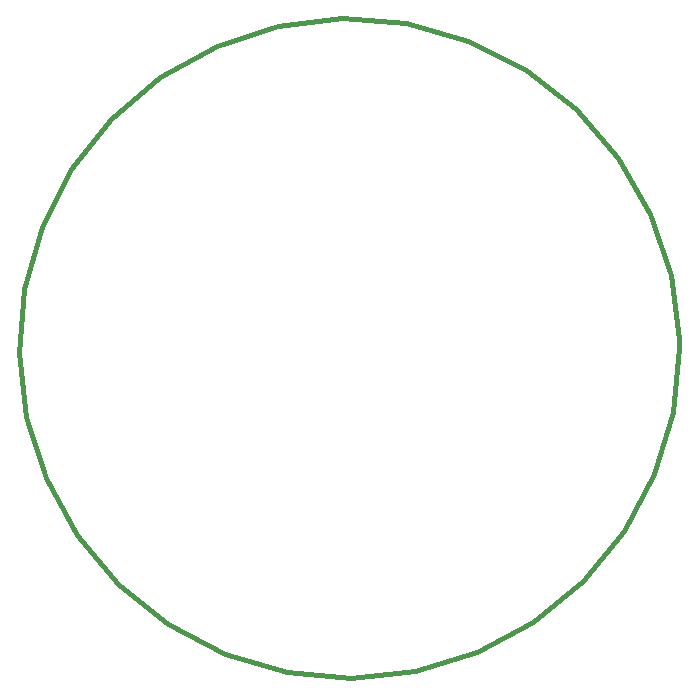
<source format=gbr>
G04 (created by PCBNEW-RS274X (2012-apr-16-27)-stable) date Mon 30 Jun 2014 11:26:30 PM CST*
G01*
G70*
G90*
%MOIN*%
G04 Gerber Fmt 3.4, Leading zero omitted, Abs format*
%FSLAX34Y34*%
G04 APERTURE LIST*
%ADD10C,0.006000*%
%ADD11C,0.015000*%
G04 APERTURE END LIST*
G54D10*
G54D11*
X58500Y-40000D02*
X58290Y-42136D01*
X57670Y-44191D01*
X56662Y-46087D01*
X55305Y-47750D01*
X53651Y-49119D01*
X51762Y-50140D01*
X49711Y-50775D01*
X47576Y-50999D01*
X45439Y-50805D01*
X43380Y-50199D01*
X41477Y-49204D01*
X39804Y-47859D01*
X38424Y-46214D01*
X37390Y-44333D01*
X36741Y-42287D01*
X36502Y-40153D01*
X36681Y-38015D01*
X37273Y-35951D01*
X38254Y-34042D01*
X39588Y-32359D01*
X41223Y-30968D01*
X43097Y-29921D01*
X45138Y-29257D01*
X47270Y-29003D01*
X49410Y-29168D01*
X51477Y-29745D01*
X53394Y-30713D01*
X55085Y-32035D01*
X56488Y-33660D01*
X57549Y-35526D01*
X58226Y-37563D01*
X58495Y-39693D01*
X58500Y-40000D01*
M02*

</source>
